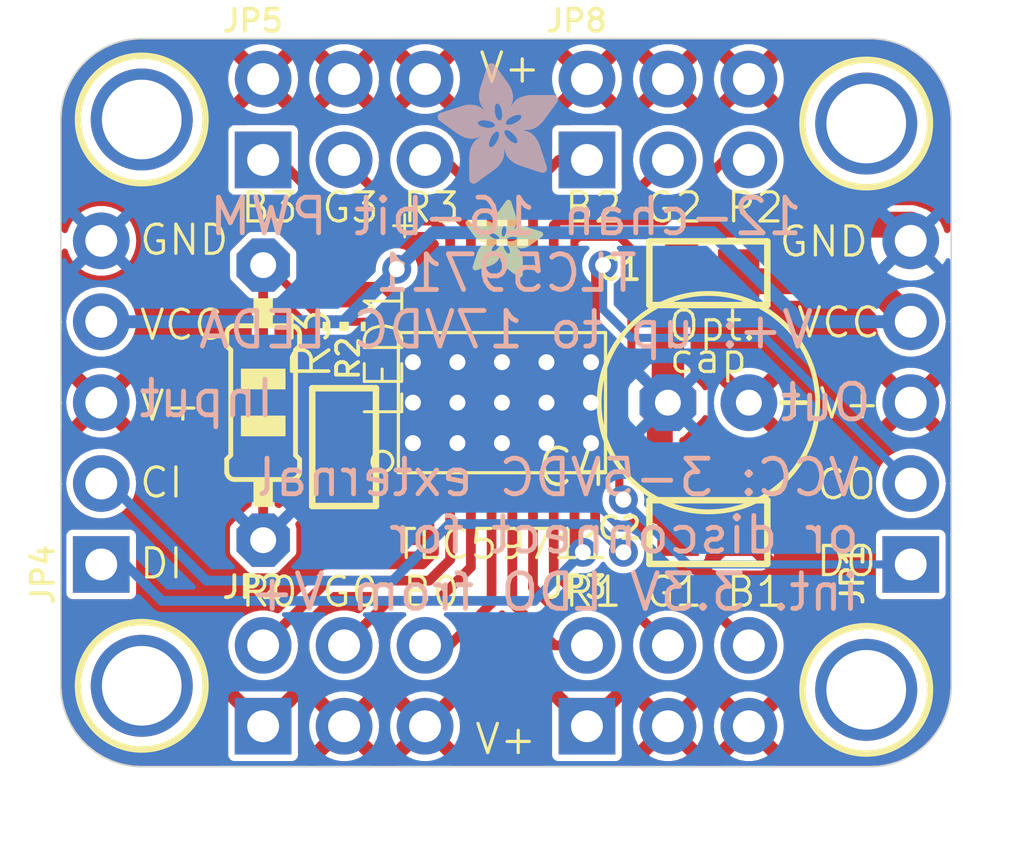
<source format=kicad_pcb>
(kicad_pcb (version 20221018) (generator pcbnew)
  (layers (0 "F.Cu" signal) (31 "B.Cu" signal) (34 "B.Paste" user) (35 "F.Paste" user) (36 "B.SilkS" user "B.Silkscreen") (37 "F.SilkS" user "F.Silkscreen") (38 "B.Mask" user) (39 "F.Mask" user) (44 "Edge.Cuts" user))
  (net 0 "")
  (net 1 "N$8")
  (net 2 "N$9")
  (net 3 "N$10")
  (net 4 "N$11")
  (net 5 "N$12")
  (net 6 "N$13")
  (net 7 "N$26")
  (net 8 "N$27")
  (net 9 "N$28")
  (net 10 "N$29")
  (net 11 "N$30")
  (net 12 "N$31")
  (net 13 "GND")
  (net 14 "VCC")
  (net 15 "N$1")
  (net 16 "SDTI")
  (net 17 "SCKI")
  (net 18 "N$2")
  (net 19 "SDTO")
  (net 20 "SCKO")
  (net 21 "+15V")
  (footprint "working:FIDUCIAL_1MM" (layer "F.Cu") (at 148.5011 113.8936)
    (fp_text reference "FID1" hide)
    (fp_text value "FIDUCIAL\"\"" hide)
    (pad "1" smd roundrect (at 0 0) (size 1 1) (layers "F.Cu" "F.Mask") (roundrect_rratio 0.5))
  )
  (footprint "working:0805" (layer "F.Cu") (at 143.4211 106.4006 90)
    (fp_text reference "R2" (at 2.032 0.127 90) (layer "F.SilkS") (effects (font (size 0.692831 0.692831) (thickness 0.119969)) (justify left)))
    (fp_text value "470")
    (pad "1" smd rect (at -0.95 0 90) (size 1.3 1.5) (layers "F.Cu" "F.Paste" "F.Mask") (net 13 "GND"))
    (pad "2" smd rect (at 0.95 0 90) (size 1.3 1.5) (layers "F.Cu" "F.Paste" "F.Mask") (net 15 "N$1"))
  )
  (footprint "working:MOUNTINGHOLE_2.5_PLATED" (layer "F.Cu") (at 137.0711 113.8936)
    (fp_text reference "U$3" hide)
    (fp_text value "MOUNTINGHOLE2.5" hide)
    (pad "P$1" thru_hole circle (at 0 0) (size 3.2 3.2) (drill 2.5) (layers "*.Cu" "*.Mask"))
    (zone (net 0) (net_name "") (layer "F.Cu") (connect_pads (clearance 0)) (min_thickness 0.25)
      (keepout (tracks not_allowed) (vias not_allowed) (pads not_allowed) (copperpour not_allowed) (footprints allowed))
      (fill (thermal_gap 0.5) (thermal_bridge_width 0.5))
      (polygon (pts (xy 139.0871 113.8936) (xy 139.06748 113.613027) (xy 139.009004 113.337915) (xy 138.912808 113.073619) (xy 138.780765 112.825283) (xy 138.615446 112.59774) (xy 138.420067 112.39542) (xy 138.198433 112.22226) (xy 137.954856 112.081631) (xy 137.694078 111.97627) (xy 137.421175 111.908228) (xy 137.141457 111.878828) (xy 136.860371 111.888644) (xy 136.583385 111.937484) (xy 136.315893 112.024397) (xy 136.0631 112.147693) (xy 135.829926 112.30497) (xy 135.620911 112.493169) (xy 135.440122 112.708625) (xy 135.291078 112.947145) (xy 135.17668 113.204087) (xy 135.099154 113.47445) (xy 135.060011 113.752971) (xy 135.060011 114.034229) (xy 135.099154 114.31275) (xy 135.17668 114.583113) (xy 135.291078 114.840055) (xy 135.440122 115.078575) (xy 135.620911 115.294031) (xy 135.829926 115.48223) (xy 136.0631 115.639507) (xy 136.315893 115.762803) (xy 136.583385 115.849716) (xy 136.860371 115.898556) (xy 137.141457 115.908372) (xy 137.421175 115.878972) (xy 137.694078 115.81093) (xy 137.954856 115.705569) (xy 138.198433 115.56494) (xy 138.420067 115.39178) (xy 138.615446 115.18946) (xy 138.780765 114.961917) (xy 138.912808 114.713581) (xy 139.009004 114.449285) (xy 139.06748 114.174173)))
      (polygon (pts (xy 137.0551 113.8936) (xy 137.059786 113.904914) (xy 137.0711 113.9096) (xy 137.082414 113.904914) (xy 137.0871 113.8936) (xy 137.082414 113.882286) (xy 137.0711 113.8776) (xy 137.059786 113.882286)))
    )
    (zone (net 0) (net_name "") (layer "B.Cu") (connect_pads (clearance 0)) (min_thickness 0.25)
      (keepout (tracks not_allowed) (vias not_allowed) (pads not_allowed) (copperpour not_allowed) (footprints allowed))
      (fill (thermal_gap 0.5) (thermal_bridge_width 0.5))
      (polygon (pts (xy 139.0871 113.8936) (xy 139.06748 113.613027) (xy 139.009004 113.337915) (xy 138.912808 113.073619) (xy 138.780765 112.825283) (xy 138.615446 112.59774) (xy 138.420067 112.39542) (xy 138.198433 112.22226) (xy 137.954856 112.081631) (xy 137.694078 111.97627) (xy 137.421175 111.908228) (xy 137.141457 111.878828) (xy 136.860371 111.888644) (xy 136.583385 111.937484) (xy 136.315893 112.024397) (xy 136.0631 112.147693) (xy 135.829926 112.30497) (xy 135.620911 112.493169) (xy 135.440122 112.708625) (xy 135.291078 112.947145) (xy 135.17668 113.204087) (xy 135.099154 113.47445) (xy 135.060011 113.752971) (xy 135.060011 114.034229) (xy 135.099154 114.31275) (xy 135.17668 114.583113) (xy 135.291078 114.840055) (xy 135.440122 115.078575) (xy 135.620911 115.294031) (xy 135.829926 115.48223) (xy 136.0631 115.639507) (xy 136.315893 115.762803) (xy 136.583385 115.849716) (xy 136.860371 115.898556) (xy 137.141457 115.908372) (xy 137.421175 115.878972) (xy 137.694078 115.81093) (xy 137.954856 115.705569) (xy 138.198433 115.56494) (xy 138.420067 115.39178) (xy 138.615446 115.18946) (xy 138.780765 114.961917) (xy 138.912808 114.713581) (xy 139.009004 114.449285) (xy 139.06748 114.174173)))
      (polygon (pts (xy 137.0551 113.8936) (xy 137.059786 113.904914) (xy 137.0711 113.9096) (xy 137.082414 113.904914) (xy 137.0871 113.8936) (xy 137.082414 113.882286) (xy 137.0711 113.8776) (xy 137.059786 113.882286)))
    )
  )
  (footprint "working:0805-THM-7" (layer "F.Cu") (at 140.8811 105.0036 -90)
    (fp_text reference "R3" (at -3.048 -1.524 90) (layer "F.SilkS") (effects (font (size 1.1557 1.1557) (thickness 0.1143)) (justify right)))
    (fp_text value "3.3K")
    (fp_line (start -3.738 0) (end -1.1 0) (stroke (width 0.3048)) (layer "F.Cu"))
    (fp_line (start 1 0) (end 4.338 0) (stroke (width 0.3048)) (layer "F.Cu"))
    (fp_poly (pts (xy -1.6254 0.7) (xy -0.4254 0.7) (xy -0.4254 -0.7) (xy -1.6254 -0.7)) (fill solid) (layer "F.Cu"))
    (fp_poly (pts (xy 0.4254 0.7) (xy 1.6254 0.7) (xy 1.6254 -0.7) (xy 0.4254 -0.7)) (fill solid) (layer "F.Cu"))
    (pad "1" thru_hole roundrect (at -4.318 0 270) (size 1.6764 1.6764) (drill 0.8128) (layers "*.Cu" "*.Mask") (chamfer_ratio 0.2928932188) (chamfer top_left top_right bottom_left bottom_right) (net 18 "N$2"))
    (pad "2" thru_hole roundrect (at 4.318 0 270) (size 1.6764 1.6764) (drill 0.8128) (layers "*.Cu" "*.Mask") (chamfer_ratio 0.2928932188) (chamfer top_left top_right bottom_left bottom_right) (net 13 "GND"))
  )
  (footprint "working:FIDUCIAL_1MM" (layer "F.Cu") (at 148.5011 96.1136)
    (fp_text reference "FID3" hide)
    (fp_text value "FIDUCIAL\"\"" hide)
    (pad "1" smd roundrect (at 0 0) (size 1 1) (layers "F.Cu" "F.Mask") (roundrect_rratio 0.5))
  )
  (footprint "working:2X03_ROUND_70MIL" (layer "F.Cu") (at 153.5811 113.8936)
    (fp_text reference "JP3" (at -3.8862 -3.0988) (layer "F.SilkS") (effects (font (size 0.692831 0.692831) (thickness 0.119969)) (justify left)))
    (fp_text value "")
    (pad "1" thru_hole rect (at -2.54 1.27 90) (size 1.778 1.778) (drill 1) (layers "*.Cu" "*.Mask") (net 21 "+15V"))
    (pad "2" thru_hole circle (at -2.54 -1.27 90) (size 1.778 1.778) (drill 1) (layers "*.Cu" "*.Mask") (net 4 "N$11"))
    (pad "3" thru_hole circle (at 0 1.27 90) (size 1.778 1.778) (drill 1) (layers "*.Cu" "*.Mask") (net 21 "+15V"))
    (pad "4" thru_hole circle (at 0 -1.27 90) (size 1.778 1.778) (drill 1) (layers "*.Cu" "*.Mask") (net 5 "N$12"))
    (pad "5" thru_hole circle (at 2.54 1.27 90) (size 1.778 1.778) (drill 1) (layers "*.Cu" "*.Mask") (net 21 "+15V"))
    (pad "6" thru_hole circle (at 2.54 -1.27 90) (size 1.778 1.778) (drill 1) (layers "*.Cu" "*.Mask") (net 6 "N$13"))
  )
  (footprint "working:1X05_ROUND_70" (layer "F.Cu") (at 161.2011 105.0036 90)
    (fp_text reference "JP1" (at -6.4262 -1.8288 90) (layer "F.SilkS") (effects (font (size 0.692831 0.692831) (thickness 0.119969)) (justify left)))
    (fp_text value "OUTPUT")
    (pad "1" thru_hole rect (at -5.08 0 180) (size 1.778 1.778) (drill 1) (layers "*.Cu" "*.Mask") (net 19 "SDTO"))
    (pad "2" thru_hole circle (at -2.54 0 180) (size 1.778 1.778) (drill 1) (layers "*.Cu" "*.Mask") (net 20 "SCKO"))
    (pad "3" thru_hole circle (at 0 0 180) (size 1.778 1.778) (drill 1) (layers "*.Cu" "*.Mask") (net 21 "+15V"))
    (pad "4" thru_hole circle (at 2.54 0 180) (size 1.778 1.778) (drill 1) (layers "*.Cu" "*.Mask") (net 14 "VCC"))
    (pad "5" thru_hole circle (at 5.08 0 180) (size 1.778 1.778) (drill 1) (layers "*.Cu" "*.Mask") (net 13 "GND"))
  )
  (footprint "working:MOUNTINGHOLE_2.5_PLATED" (layer "F.Cu") (at 137.0711 96.1136)
    (fp_text reference "U$1" hide)
    (fp_text value "MOUNTINGHOLE2.5" hide)
    (pad "P$1" thru_hole circle (at 0 0) (size 3.2 3.2) (drill 2.5) (layers "*.Cu" "*.Mask"))
    (zone (net 0) (net_name "") (layer "F.Cu") (connect_pads (clearance 0)) (min_thickness 0.25)
      (keepout (tracks not_allowed) (vias not_allowed) (pads not_allowed) (copperpour not_allowed) (footprints allowed))
      (fill (thermal_gap 0.5) (thermal_bridge_width 0.5))
      (polygon (pts (xy 139.0871 96.1136) (xy 139.06748 95.833027) (xy 139.009004 95.557915) (xy 138.912808 95.293619) (xy 138.780765 95.045283) (xy 138.615446 94.81774) (xy 138.420067 94.61542) (xy 138.198433 94.44226) (xy 137.954856 94.301631) (xy 137.694078 94.19627) (xy 137.421175 94.128228) (xy 137.141457 94.098828) (xy 136.860371 94.108644) (xy 136.583385 94.157484) (xy 136.315893 94.244397) (xy 136.0631 94.367693) (xy 135.829926 94.52497) (xy 135.620911 94.713169) (xy 135.440122 94.928625) (xy 135.291078 95.167145) (xy 135.17668 95.424087) (xy 135.099154 95.69445) (xy 135.060011 95.972971) (xy 135.060011 96.254229) (xy 135.099154 96.53275) (xy 135.17668 96.803113) (xy 135.291078 97.060055) (xy 135.440122 97.298575) (xy 135.620911 97.514031) (xy 135.829926 97.70223) (xy 136.0631 97.859507) (xy 136.315893 97.982803) (xy 136.583385 98.069716) (xy 136.860371 98.118556) (xy 137.141457 98.128372) (xy 137.421175 98.098972) (xy 137.694078 98.03093) (xy 137.954856 97.925569) (xy 138.198433 97.78494) (xy 138.420067 97.61178) (xy 138.615446 97.40946) (xy 138.780765 97.181917) (xy 138.912808 96.933581) (xy 139.009004 96.669285) (xy 139.06748 96.394173)))
      (polygon (pts (xy 137.0551 96.1136) (xy 137.059786 96.124914) (xy 137.0711 96.1296) (xy 137.082414 96.124914) (xy 137.0871 96.1136) (xy 137.082414 96.102286) (xy 137.0711 96.0976) (xy 137.059786 96.102286)))
    )
    (zone (net 0) (net_name "") (layer "B.Cu") (connect_pads (clearance 0)) (min_thickness 0.25)
      (keepout (tracks not_allowed) (vias not_allowed) (pads not_allowed) (copperpour not_allowed) (footprints allowed))
      (fill (thermal_gap 0.5) (thermal_bridge_width 0.5))
      (polygon (pts (xy 139.0871 96.1136) (xy 139.06748 95.833027) (xy 139.009004 95.557915) (xy 138.912808 95.293619) (xy 138.780765 95.045283) (xy 138.615446 94.81774) (xy 138.420067 94.61542) (xy 138.198433 94.44226) (xy 137.954856 94.301631) (xy 137.694078 94.19627) (xy 137.421175 94.128228) (xy 137.141457 94.098828) (xy 136.860371 94.108644) (xy 136.583385 94.157484) (xy 136.315893 94.244397) (xy 136.0631 94.367693) (xy 135.829926 94.52497) (xy 135.620911 94.713169) (xy 135.440122 94.928625) (xy 135.291078 95.167145) (xy 135.17668 95.424087) (xy 135.099154 95.69445) (xy 135.060011 95.972971) (xy 135.060011 96.254229) (xy 135.099154 96.53275) (xy 135.17668 96.803113) (xy 135.291078 97.060055) (xy 135.440122 97.298575) (xy 135.620911 97.514031) (xy 135.829926 97.70223) (xy 136.0631 97.859507) (xy 136.315893 97.982803) (xy 136.583385 98.069716) (xy 136.860371 98.118556) (xy 137.141457 98.128372) (xy 137.421175 98.098972) (xy 137.694078 98.03093) (xy 137.954856 97.925569) (xy 138.198433 97.78494) (xy 138.420067 97.61178) (xy 138.615446 97.40946) (xy 138.780765 97.181917) (xy 138.912808 96.933581) (xy 139.009004 96.669285) (xy 139.06748 96.394173)))
      (polygon (pts (xy 137.0551 96.1136) (xy 137.059786 96.124914) (xy 137.0711 96.1296) (xy 137.082414 96.124914) (xy 137.0871 96.1136) (xy 137.082414 96.102286) (xy 137.0711 96.0976) (xy 137.059786 96.102286)))
    )
  )
  (footprint "working:0805" (layer "F.Cu") (at 154.8511 100.9396 180)
    (fp_text reference "C1" (at 2.032 0.127) (layer "F.SilkS") (effects (font (size 0.692831 0.692831) (thickness 0.119969)) (justify right)))
    (fp_text value "10uF/16V")
    (pad "1" smd rect (at -0.95 0 180) (size 1.3 1.5) (layers "F.Cu" "F.Paste" "F.Mask") (net 14 "VCC"))
    (pad "2" smd rect (at 0.95 0 180) (size 1.3 1.5) (layers "F.Cu" "F.Paste" "F.Mask") (net 13 "GND"))
  )
  (footprint "working:CHIP-LED0805" (layer "F.Cu") (at 143.4211 102.4636 180)
    (fp_text reference "LED1" (at -1.27 1.27 90) (layer "F.SilkS") (effects (font (size 1.176528 1.176528) (thickness 0.093472)) (justify right)))
    (fp_text value "Green")
    (fp_text user "+" (at -1.27 2.54 180) (layer "F.SilkS") (effects (font (size 0.93472 0.93472) (thickness 0.08128)) (justify left bottom)))
    (pad "A" smd rect (at 0 1.05 180) (size 1.2 1.2) (layers "F.Cu" "F.Paste" "F.Mask") (net 14 "VCC"))
    (pad "C" smd rect (at 0 -1.05 180) (size 1.2 1.2) (layers "F.Cu" "F.Paste" "F.Mask") (net 15 "N$1"))
  )
  (footprint "working:0805" (layer "F.Cu") (at 154.8511 109.0676 180)
    (fp_text reference "C2" (at 2.032 0.127) (layer "F.SilkS") (effects (font (size 0.692831 0.692831) (thickness 0.119969)) (justify right)))
    (fp_text value "1uF/50V")
    (pad "1" smd rect (at -0.95 0 180) (size 1.3 1.5) (layers "F.Cu" "F.Paste" "F.Mask") (net 21 "+15V"))
    (pad "2" smd rect (at 0.95 0 180) (size 1.3 1.5) (layers "F.Cu" "F.Paste" "F.Mask") (net 13 "GND"))
  )
  (footprint "working:E2,5-7" (layer "F.Cu") (at 154.8511 105.0036 180)
    (fp_text reference "C4" (at 3.048 -2.032) (layer "F.SilkS") (effects (font (size 1.1557 1.1557) (thickness 0.1143)) (justify right)))
    (fp_text value "220uF+")
    (pad "+" thru_hole circle (at -1.27 0 180) (size 1.778 1.778) (drill 0.8128) (layers "*.Cu" "*.Mask") (net 21 "+15V"))
    (pad "-" thru_hole roundrect (at 1.27 0 180) (size 1.778 1.778) (drill 0.8128) (layers "*.Cu" "*.Mask") (chamfer_ratio 0.2928932188) (chamfer top_left top_right bottom_left bottom_right) (net 13 "GND"))
  )
  (footprint "working:2X03_ROUND_70MIL" (layer "F.Cu") (at 143.4211 113.8936)
    (fp_text reference "JP2" (at -3.8862 -3.0988) (layer "F.SilkS") (effects (font (size 0.692831 0.692831) (thickness 0.119969)) (justify left)))
    (fp_text value "")
    (pad "1" thru_hole rect (at -2.54 1.27 90) (size 1.778 1.778) (drill 1) (layers "*.Cu" "*.Mask") (net 21 "+15V"))
    (pad "2" thru_hole circle (at -2.54 -1.27 90) (size 1.778 1.778) (drill 1) (layers "*.Cu" "*.Mask") (net 1 "N$8"))
    (pad "3" thru_hole circle (at 0 1.27 90) (size 1.778 1.778) (drill 1) (layers "*.Cu" "*.Mask") (net 21 "+15V"))
    (pad "4" thru_hole circle (at 0 -1.27 90) (size 1.778 1.778) (drill 1) (layers "*.Cu" "*.Mask") (net 2 "N$9"))
    (pad "5" thru_hole circle (at 2.54 1.27 90) (size 1.778 1.778) (drill 1) (layers "*.Cu" "*.Mask") (net 21 "+15V"))
    (pad "6" thru_hole circle (at 2.54 -1.27 90) (size 1.778 1.778) (drill 1) (layers "*.Cu" "*.Mask") (net 3 "N$10"))
  )
  (footprint "working:HTSSOP20DAP" (layer "F.Cu") (at 148.3741 105.0036)
    (fp_text reference "IC1" hide)
    (fp_text value "TLC59711" hide)
    (pad "1" smd rect (at -2.925 2.8) (size 0.3 1.55) (layers "F.Cu" "F.Paste" "F.Mask") (net 18 "N$2"))
    (pad "2" smd rect (at -2.275 2.8) (size 0.3 1.55) (layers "F.Cu" "F.Paste" "F.Mask") (net 13 "GND"))
    (pad "3" smd rect (at -1.625 2.8) (size 0.3 1.55) (layers "F.Cu" "F.Paste" "F.Mask") (net 1 "N$8"))
    (pad "4" smd rect (at -0.975 2.8) (size 0.3 1.55) (layers "F.Cu" "F.Paste" "F.Mask") (net 2 "N$9"))
    (pad "5" smd rect (at -0.325 2.8) (size 0.3 1.55) (layers "F.Cu" "F.Paste" "F.Mask") (net 3 "N$10"))
    (pad "6" smd rect (at 0.325 2.8) (size 0.3 1.55) (layers "F.Cu" "F.Paste" "F.Mask") (net 4 "N$11"))
    (pad "7" smd rect (at 0.975 2.8) (size 0.3 1.55) (layers "F.Cu" "F.Paste" "F.Mask") (net 5 "N$12"))
    (pad "8" smd rect (at 1.625 2.8) (size 0.3 1.55) (layers "F.Cu" "F.Paste" "F.Mask") (net 6 "N$13"))
    (pad "9" smd rect (at 2.275 2.8) (size 0.3 1.55) (layers "F.Cu" "F.Paste" "F.Mask") (net 16 "SDTI"))
    (pad "10" smd rect (at 2.925 2.8) (size 0.3 1.55) (layers "F.Cu" "F.Paste" "F.Mask") (net 17 "SCKI"))
    (pad "11" smd rect (at 2.925 -2.8 180) (size 0.3 1.55) (layers "F.Cu" "F.Paste" "F.Mask") (net 20 "SCKO"))
    (pad "12" smd rect (at 2.275 -2.8 180) (size 0.3 1.55) (layers "F.Cu" "F.Paste" "F.Mask") (net 19 "SDTO"))
    (pad "13" smd rect (at 1.625 -2.8 180) (size 0.3 1.55) (layers "F.Cu" "F.Paste" "F.Mask") (net 9 "N$28"))
    (pad "14" smd rect (at 0.975 -2.8 180) (size 0.3 1.55) (layers "F.Cu" "F.Paste" "F.Mask") (net 8 "N$27"))
    (pad "15" smd rect (at 0.325 -2.8 180) (size 0.3 1.55) (layers "F.Cu" "F.Paste" "F.Mask") (net 7 "N$26"))
    (pad "16" smd rect (at -0.325 -2.8 180) (size 0.3 1.55) (layers "F.Cu" "F.Paste" "F.Mask") (net 12 "N$31"))
    (pad "17" smd rect (at -0.975 -2.8 180) (size 0.3 1.55) (layers "F.Cu" "F.Paste" "F.Mask") (net 11 "N$30"))
    (pad "18" smd rect (at -1.625 -2.8 180) (size 0.3 1.55) (layers "F.Cu" "F.Paste" "F.Mask") (net 10 "N$29"))
    (pad "19" smd rect (at -2.275 -2.8 180) (size 0.3 1.55) (layers "F.Cu" "F.Paste" "F.Mask") (net 21 "+15V"))
    (pad "20" smd rect (at -2.925 -2.8 180) (size 0.3 1.55) (layers "F.Cu" "F.Paste" "F.Mask") (net 14 "VCC"))
    (pad "EXP" smd rect (at 0 0) (size 6.5 3.4) (layers "F.Cu") (net 13 "GND"))
  )
  (footprint "working:MOUNTINGHOLE_2.5_PLATED" (layer "F.Cu") (at 159.8041 96.2406)
    (fp_text reference "U$2" hide)
    (fp_text value "MOUNTINGHOLE2.5" hide)
    (pad "P$1" thru_hole circle (at 0 0) (size 3.2 3.2) (drill 2.5) (layers "*.Cu" "*.Mask"))
    (zone (net 0) (net_name "") (layer "F.Cu") (connect_pads (clearance 0)) (min_thickness 0.25)
      (keepout (tracks not_allowed) (vias not_allowed) (pads not_allowed) (copperpour not_allowed) (footprints allowed))
      (fill (thermal_gap 0.5) (thermal_bridge_width 0.5))
      (polygon (pts (xy 161.8201 96.2406) (xy 161.80048 95.960027) (xy 161.742004 95.684915) (xy 161.645808 95.420619) (xy 161.513765 95.172283) (xy 161.348446 94.94474) (xy 161.153067 94.74242) (xy 160.931433 94.56926) (xy 160.687856 94.428631) (xy 160.427078 94.32327) (xy 160.154175 94.255228) (xy 159.874457 94.225828) (xy 159.593371 94.235644) (xy 159.316385 94.284484) (xy 159.048893 94.371397) (xy 158.7961 94.494693) (xy 158.562926 94.65197) (xy 158.353911 94.840169) (xy 158.173122 95.055625) (xy 158.024078 95.294145) (xy 157.90968 95.551087) (xy 157.832154 95.82145) (xy 157.793011 96.099971) (xy 157.793011 96.381229) (xy 157.832154 96.65975) (xy 157.90968 96.930113) (xy 158.024078 97.187055) (xy 158.173122 97.425575) (xy 158.353911 97.641031) (xy 158.562926 97.82923) (xy 158.7961 97.986507) (xy 159.048893 98.109803) (xy 159.316385 98.196716) (xy 159.593371 98.245556) (xy 159.874457 98.255372) (xy 160.154175 98.225972) (xy 160.427078 98.15793) (xy 160.687856 98.052569) (xy 160.931433 97.91194) (xy 161.153067 97.73878) (xy 161.348446 97.53646) (xy 161.513765 97.308917) (xy 161.645808 97.060581) (xy 161.742004 96.796285) (xy 161.80048 96.521173)))
      (polygon (pts (xy 159.7881 96.2406) (xy 159.792786 96.251914) (xy 159.8041 96.2566) (xy 159.815414 96.251914) (xy 159.8201 96.2406) (xy 159.815414 96.229286) (xy 159.8041 96.2246) (xy 159.792786 96.229286)))
    )
    (zone (net 0) (net_name "") (layer "B.Cu") (connect_pads (clearance 0)) (min_thickness 0.25)
      (keepout (tracks not_allowed) (vias not_allowed) (pads not_allowed) (copperpour not_allowed) (footprints allowed))
      (fill (thermal_gap 0.5) (thermal_bridge_width 0.5))
      (polygon (pts (xy 161.8201 96.2406) (xy 161.80048 95.960027) (xy 161.742004 95.684915) (xy 161.645808 95.420619) (xy 161.513765 95.172283) (xy 161.348446 94.94474) (xy 161.153067 94.74242) (xy 160.931433 94.56926) (xy 160.687856 94.428631) (xy 160.427078 94.32327) (xy 160.154175 94.255228) (xy 159.874457 94.225828) (xy 159.593371 94.235644) (xy 159.316385 94.284484) (xy 159.048893 94.371397) (xy 158.7961 94.494693) (xy 158.562926 94.65197) (xy 158.353911 94.840169) (xy 158.173122 95.055625) (xy 158.024078 95.294145) (xy 157.90968 95.551087) (xy 157.832154 95.82145) (xy 157.793011 96.099971) (xy 157.793011 96.381229) (xy 157.832154 96.65975) (xy 157.90968 96.930113) (xy 158.024078 97.187055) (xy 158.173122 97.425575) (xy 158.353911 97.641031) (xy 158.562926 97.82923) (xy 158.7961 97.986507) (xy 159.048893 98.109803) (xy 159.316385 98.196716) (xy 159.593371 98.245556) (xy 159.874457 98.255372) (xy 160.154175 98.225972) (xy 160.427078 98.15793) (xy 160.687856 98.052569) (xy 160.931433 97.91194) (xy 161.153067 97.73878) (xy 161.348446 97.53646) (xy 161.513765 97.308917) (xy 161.645808 97.060581) (xy 161.742004 96.796285) (xy 161.80048 96.521173)))
      (polygon (pts (xy 159.7881 96.2406) (xy 159.792786 96.251914) (xy 159.8041 96.2566) (xy 159.815414 96.251914) (xy 159.8201 96.2406) (xy 159.815414 96.229286) (xy 159.8041 96.2246) (xy 159.792786 96.229286)))
    )
  )
  (footprint "working:2X03_ROUND_70MIL" (layer "F.Cu") (at 143.4211 96.1136)
    (fp_text reference "JP5" (at -3.8862 -3.0988) (layer "F.SilkS") (effects (font (size 0.692831 0.692831) (thickness 0.119969)) (justify left)))
    (fp_text value "")
    (pad "1" thru_hole rect (at -2.54 1.27 90) (size 1.778 1.778) (drill 1) (layers "*.Cu" "*.Mask") (net 10 "N$29"))
    (pad "2" thru_hole circle (at -2.54 -1.27 90) (size 1.778 1.778) (drill 1) (layers "*.Cu" "*.Mask") (net 21 "+15V"))
    (pad "3" thru_hole circle (at 0 1.27 90) (size 1.778 1.778) (drill 1) (layers "*.Cu" "*.Mask") (net 11 "N$30"))
    (pad "4" thru_hole circle (at 0 -1.27 90) (size 1.778 1.778) (drill 1) (layers "*.Cu" "*.Mask") (net 21 "+15V"))
    (pad "5" thru_hole circle (at 2.54 1.27 90) (size 1.778 1.778) (drill 1) (layers "*.Cu" "*.Mask") (net 12 "N$31"))
    (pad "6" thru_hole circle (at 2.54 -1.27 90) (size 1.778 1.778) (drill 1) (layers "*.Cu" "*.Mask") (net 21 "+15V"))
  )
  (footprint "working:1X05_ROUND_70" (layer "F.Cu") (at 135.8011 105.0036 90)
    (fp_text reference "JP4" (at -6.4262 -1.8288 90) (layer "F.SilkS") (effects (font (size 0.692831 0.692831) (thickness 0.119969)) (justify left)))
    (fp_text value "INPUT")
    (pad "1" thru_hole rect (at -5.08 0 180) (size 1.778 1.778) (drill 1) (layers "*.Cu" "*.Mask") (net 16 "SDTI"))
    (pad "2" thru_hole circle (at -2.54 0 180) (size 1.778 1.778) (drill 1) (layers "*.Cu" "*.Mask") (net 17 "SCKI"))
    (pad "3" thru_hole circle (at 0 0 180) (size 1.778 1.778) (drill 1) (layers "*.Cu" "*.Mask") (net 21 "+15V"))
    (pad "4" thru_hole circle (at 2.54 0 180) (size 1.778 1.778) (drill 1) (layers "*.Cu" "*.Mask") (net 14 "VCC"))
    (pad "5" thru_hole circle (at 5.08 0 180) (size 1.778 1.778) (drill 1) (layers "*.Cu" "*.Mask") (net 13 "GND"))
  )
  (footprint "working:MOUNTINGHOLE_2.5_PLATED" (layer "F.Cu") (at 159.8041 114.0206)
    (fp_text reference "U$4" hide)
    (fp_text value "MOUNTINGHOLE2.5" hide)
    (pad "P$1" thru_hole circle (at 0 0) (size 3.2 3.2) (drill 2.5) (layers "*.Cu" "*.Mask"))
    (zone (net 0) (net_name "") (layer "F.Cu") (connect_pads (clearance 0)) (min_thickness 0.25)
      (keepout (tracks not_allowed) (vias not_allowed) (pads not_allowed) (copperpour not_allowed) (footprints allowed))
      (fill (thermal_gap 0.5) (thermal_bridge_width 0.5))
      (polygon (pts (xy 161.8201 114.0206) (xy 161.80048 113.740027) (xy 161.742004 113.464915) (xy 161.645808 113.200619) (xy 161.513765 112.952283) (xy 161.348446 112.72474) (xy 161.153067 112.52242) (xy 160.931433 112.34926) (xy 160.687856 112.208631) (xy 160.427078 112.10327) (xy 160.154175 112.035228) (xy 159.874457 112.005828) (xy 159.593371 112.015644) (xy 159.316385 112.064484) (xy 159.048893 112.151397) (xy 158.7961 112.274693) (xy 158.562926 112.43197) (xy 158.353911 112.620169) (xy 158.173122 112.835625) (xy 158.024078 113.074145) (xy 157.90968 113.331087) (xy 157.832154 113.60145) (xy 157.793011 113.879971) (xy 157.793011 114.161229) (xy 157.832154 114.43975) (xy 157.90968 114.710113) (xy 158.024078 114.967055) (xy 158.173122 115.205575) (xy 158.353911 115.421031) (xy 158.562926 115.60923) (xy 158.7961 115.766507) (xy 159.048893 115.889803) (xy 159.316385 115.976716) (xy 159.593371 116.025556) (xy 159.874457 116.035372) (xy 160.154175 116.005972) (xy 160.427078 115.93793) (xy 160.687856 115.832569) (xy 160.931433 115.69194) (xy 161.153067 115.51878) (xy 161.348446 115.31646) (xy 161.513765 115.088917) (xy 161.645808 114.840581) (xy 161.742004 114.576285) (xy 161.80048 114.301173)))
      (polygon (pts (xy 159.7881 114.0206) (xy 159.792786 114.031914) (xy 159.8041 114.0366) (xy 159.815414 114.031914) (xy 159.8201 114.0206) (xy 159.815414 114.009286) (xy 159.8041 114.0046) (xy 159.792786 114.009286)))
    )
    (zone (net 0) (net_name "") (layer "B.Cu") (connect_pads (clearance 0)) (min_thickness 0.25)
      (keepout (tracks not_allowed) (vias not_allowed) (pads not_allowed) (copperpour not_allowed) (footprints allowed))
      (fill (thermal_gap 0.5) (thermal_bridge_width 0.5))
      (polygon (pts (xy 161.8201 114.0206) (xy 161.80048 113.740027) (xy 161.742004 113.464915) (xy 161.645808 113.200619) (xy 161.513765 112.952283) (xy 161.348446 112.72474) (xy 161.153067 112.52242) (xy 160.931433 112.34926) (xy 160.687856 112.208631) (xy 160.427078 112.10327) (xy 160.154175 112.035228) (xy 159.874457 112.005828) (xy 159.593371 112.015644) (xy 159.316385 112.064484) (xy 159.048893 112.151397) (xy 158.7961 112.274693) (xy 158.562926 112.43197) (xy 158.353911 112.620169) (xy 158.173122 112.835625) (xy 158.024078 113.074145) (xy 157.90968 113.331087) (xy 157.832154 113.60145) (xy 157.793011 113.879971) (xy 157.793011 114.161229) (xy 157.832154 114.43975) (xy 157.90968 114.710113) (xy 158.024078 114.967055) (xy 158.173122 115.205575) (xy 158.353911 115.421031) (xy 158.562926 115.60923) (xy 158.7961 115.766507) (xy 159.048893 115.889803) (xy 159.316385 115.976716) (xy 159.593371 116.025556) (xy 159.874457 116.035372) (xy 160.154175 116.005972) (xy 160.427078 115.93793) (xy 160.687856 115.832569) (xy 160.931433 115.69194) (xy 161.153067 115.51878) (xy 161.348446 115.31646) (xy 161.513765 115.088917) (xy 161.645808 114.840581) (xy 161.742004 114.576285) (xy 161.80048 114.301173)))
      (polygon (pts (xy 159.7881 114.0206) (xy 159.792786 114.031914) (xy 159.8041 114.0366) (xy 159.815414 114.031914) (xy 159.8201 114.0206) (xy 159.815414 114.009286) (xy 159.8041 114.0046) (xy 159.792786 114.009286)))
    )
  )
  (footprint "working:2X03_ROUND_70MIL" (layer "F.Cu") (at 153.5811 96.1136)
    (fp_text reference "JP8" (at -3.8862 -3.0988) (layer "F.SilkS") (effects (font (size 0.692831 0.692831) (thickness 0.119969)) (justify left)))
    (fp_text value "")
    (pad "1" thru_hole rect (at -2.54 1.27 90) (size 1.778 1.778) (drill 1) (layers "*.Cu" "*.Mask") (net 7 "N$26"))
    (pad "2" thru_hole circle (at -2.54 -1.27 90) (size 1.778 1.778) (drill 1) (layers "*.Cu" "*.Mask") (net 21 "+15V"))
    (pad "3" thru_hole circle (at 0 1.27 90) (size 1.778 1.778) (drill 1) (layers "*.Cu" "*.Mask") (net 8 "N$27"))
    (pad "4" thru_hole circle (at 0 -1.27 90) (size 1.778 1.778) (drill 1) (layers "*.Cu" "*.Mask") (net 21 "+15V"))
    (pad "5" thru_hole circle (at 2.54 1.27 90) (size 1.778 1.778) (drill 1) (layers "*.Cu" "*.Mask") (net 9 "N$28"))
    (pad "6" thru_hole circle (at 2.54 -1.27 90) (size 1.778 1.778) (drill 1) (layers "*.Cu" "*.Mask") (net 21 "+15V"))
  )
  (footprint "working:ADAFRUIT_2.5MM" (layer "F.Cu") (at 147.2311 101.0666)
    (fp_text reference "U$7" hide)
    (fp_text value "" hide)
  )
  (footprint "working:FIDUCIAL_1MM" (layer "F.Cu") (at 154.8511 106.6546)
    (fp_text reference "FID2" hide)
    (fp_text value "FIDUCIAL\"\"" hide)
    (pad "1" smd roundrect (at 0 0) (size 1 1) (layers "F.Cu" "F.Mask") (roundrect_rratio 0.5))
  )
  (footprint "working:ADAFRUIT_3.5MM" (layer "B.Cu") (at 150.1521 98.1456 180)
    (fp_text reference "U$8" hide)
    (fp_text value "" hide)
  )
  (gr_arc (start 137.0711 116.4336) (mid 135.275049 115.689651) (end 134.5311 113.8936) (stroke (width 0.05)) (layer "Edge.Cuts"))
  (gr_arc (start 162.4711 113.8936) (mid 161.727151 115.689651) (end 159.9311 116.4336) (stroke (width 0.05)) (layer "Edge.Cuts"))
  (gr_arc (start 159.9311 93.5736) (mid 161.727151 94.317549) (end 162.4711 96.1136) (stroke (width 0.05)) (layer "Edge.Cuts"))
  (gr_arc (start 134.5311 96.1136) (mid 135.275049 94.317549) (end 137.0711 93.5736) (stroke (width 0.05)) (layer "Edge.Cuts"))
  (gr_line (start 137.0711 116.4336) (end 159.9311 116.4336) (stroke (width 0.05)) (layer "Edge.Cuts"))
  (gr_line (start 162.4711 113.8936) (end 162.4711 96.1136) (stroke (width 0.05)) (layer "Edge.Cuts"))
  (gr_line (start 159.9311 93.5736) (end 137.0711 93.5736) (stroke (width 0.05)) (layer "Edge.Cuts"))
  (gr_line (start 134.5311 96.1136) (end 134.5311 113.8936) (stroke (width 0.05)) (layer "Edge.Cuts"))
  (gr_text "Out" (at 158.5341 105.0036) (layer "B.SilkS") (effects (font (size 1.1176 1.1176) (thickness 0.1524)) (justify mirror)))
  (gr_text "Input" (at 139.1031 104.8766) (layer "B.SilkS") (effects (font (size 1.1176 1.1176) (thickness 0.1524)) (justify mirror)))
  (gr_text "12-chan 16-bit PWM" (at 148.5011 99.1616) (layer "B.SilkS") (effects (font (size 1.1176 1.1176) (thickness 0.1524)) (justify mirror)))
  (gr_text "TLC59711" (at 148.5011 100.9396) (layer "B.SilkS") (effects (font (size 1.1176 1.1176) (thickness 0.1524)) (justify mirror)))
  (gr_text "V+: up to 17VDC LEDA" (at 148.5011 102.7176) (layer "B.SilkS") (effects (font (size 1.1176 1.1176) (thickness 0.1524)) (justify mirror)))
  (gr_text "VCC: 3-5VDC external\nor disconnect for\nint. 3.3V LDO from V+" (at 159.6771 111.6076) (layer "B.SilkS") (effects (font (size 1.1176 1.1176) (thickness 0.1524)) (justify left bottom mirror)))
  (gr_text "B1" (at 155.3591 111.4806) (layer "F.SilkS") (effects (font (size 0.9144 0.9144) (thickness 0.1016)) (justify left bottom)))
  (gr_text "V+" (at 160.3121 104.4956) (layer "F.SilkS") (effects (font (size 0.9144 0.9144) (thickness 0.1016)) (justify right top)))
  (gr_text "V+" (at 136.9441 105.6386) (layer "F.SilkS") (effects (font (size 0.9144 0.9144) (thickness 0.1016)) (justify left bottom)))
  (gr_text "G2" (at 152.8191 99.4156) (layer "F.SilkS") (effects (font (size 0.9144 0.9144) (thickness 0.1016)) (justify left bottom)))
  (gr_text "VCC" (at 136.9441 103.0986) (layer "F.SilkS") (effects (font (size 0.9144 0.9144) (thickness 0.1016)) (justify left bottom)))
  (gr_text "V+" (at 149.5171 115.0366) (layer "F.SilkS") (effects (font (size 0.9144 0.9144) (thickness 0.1016)) (justify right top)))
  (gr_text "GND" (at 159.9311 99.4156) (layer "F.SilkS") (effects (font (size 0.9144 0.9144) (thickness 0.1016)) (justify right top)))
  (gr_text "GND" (at 136.9441 100.4316) (layer "F.SilkS") (effects (font (size 0.9144 0.9144) (thickness 0.1016)) (justify left bottom)))
  (gr_text "cap" (at 154.8511 103.6066) (layer "F.SilkS") (effects (font (size 0.9144 0.9144) (thickness 0.1016))))
  (gr_text "R2" (at 155.3591 99.4156) (layer "F.SilkS") (effects (font (size 0.9144 0.9144) (thickness 0.1016)) (justify left bottom)))
  (gr_text "DO" (at 160.1851 109.4486) (layer "F.SilkS") (effects (font (size 0.9144 0.9144) (thickness 0.1016)) (justify right top)))
  (gr_text "CI" (at 136.9441 108.0516) (layer "F.SilkS") (effects (font (size 0.9144 0.9144) (thickness 0.1016)) (justify left bottom)))
  (gr_text "B0" (at 145.1991 111.4806) (layer "F.SilkS") (effects (font (size 0.9144 0.9144) (thickness 0.1016)) (justify left bottom)))
  (gr_text "VCC" (at 160.3121 101.9556) (layer "F.SilkS") (effects (font (size 0.9144 0.9144) (thickness 0.1016)) (justify right top)))
  (gr_text "DI" (at 136.9441 110.5916) (layer "F.SilkS") (effects (font (size 0.9144 0.9144) (thickness 0.1016)) (justify left bottom)))
  (gr_text "R1" (at 150.2791 111.4806) (layer "F.SilkS") (effects (font (size 0.9144 0.9144) (thickness 0.1016)) (justify left bottom)))
  (gr_text "B3" (at 140.1191 99.4156) (layer "F.SilkS") (effects (font (size 0.9144 0.9144) (thickness 0.1016)) (justify left bottom)))
  (gr_text "G1" (at 152.8191 111.4806) (layer "F.SilkS") (effects (font (size 0.9144 0.9144) (thickness 0.1016)) (justify left bottom)))
  (gr_text "Opt." (at 154.9781 102.5906) (layer "F.SilkS") (effects (font (size 0.9144 0.9144) (thickness 0.1016))))
  (gr_text "B2" (at 150.2791 99.4156) (layer "F.SilkS") (effects (font (size 0.9144 0.9144) (thickness 0.1016)) (justify left bottom)))
  (gr_text "TLC59711" (at 148.3741 109.4486) (layer "F.SilkS") (effects (font (size 0.9144 0.9144) (thickness 0.1016))))
  (gr_text "CO" (at 160.1851 107.0356) (layer "F.SilkS") (effects (font (size 0.9144 0.9144) (thickness 0.1016)) (justify right top)))
  (gr_text "R0" (at 140.1191 111.4806) (layer "F.SilkS") (effects (font (size 0.9144 0.9144) (thickness 0.1016)) (justify left bottom)))
  (gr_text "V+" (at 149.6441 93.9546) (layer "F.SilkS") (effects (font (size 0.9144 0.9144) (thickness 0.1016)) (justify right top)))
  (gr_text "G3" (at 142.6591 99.4156) (layer "F.SilkS") (effects (font (size 0.9144 0.9144) (thickness 0.1016)) (justify left bottom)))
  (gr_text "G0" (at 142.6591 111.4806) (layer "F.SilkS") (effects (font (size 0.9144 0.9144) (thickness 0.1016)) (justify left bottom)))
  (gr_text "R3" (at 145.1991 99.4156) (layer "F.SilkS") (effects (font (size 0.9144 0.9144) (thickness 0.1016)) (justify left bottom)))
  (segment (start 146.0881 110.5916) (end 142.9131 110.5916) (width 0.3048) (layer "F.Cu") (net 1))
  (segment (start 146.7491 107.8036) (end 146.7491 109.9306) (width 0.3048) (layer "F.Cu") (net 1))
  (segment (start 142.9131 110.5916) (end 140.8811 112.6236) (width 0.3048) (layer "F.Cu") (net 1))
  (segment (start 146.7491 109.9306) (end 146.0881 110.5916) (width 0.3048) (layer "F.Cu") (net 1))
  (segment (start 147.3991 110.1696) (end 146.3421 111.2266) (width 0.3048) (layer "F.Cu") (net 2))
  (segment (start 147.3991 107.8036) (end 147.3991 110.1696) (width 0.3048) (layer "F.Cu") (net 2))
  (segment (start 146.3421 111.2266) (end 144.8181 111.2266) (width 0.3048) (layer "F.Cu") (net 2))
  (segment (start 144.8181 111.2266) (end 143.4211 112.6236) (width 0.3048) (layer "F.Cu") (net 2))
  (segment (start 148.0491 111.2976) (end 146.7231 112.6236) (width 0.3048) (layer "F.Cu") (net 3))
  (segment (start 146.7231 112.6236) (end 146.0881 112.6236) (width 0.3048) (layer "F.Cu") (net 3))
  (segment (start 148.0491 107.8036) (end 148.0491 111.2976) (width 0.3048) (layer "F.Cu") (net 3))
  (segment (start 146.0881 112.6236) (end 145.9611 112.6236) (width 0.3048) (layer "F.Cu") (net 3))
  (segment (start 148.6991 111.2976) (end 150.0251 112.6236) (width 0.3048) (layer "F.Cu") (net 4))
  (segment (start 148.6991 107.8036) (end 148.6991 111.2976) (width 0.3048) (layer "F.Cu") (net 4))
  (segment (start 150.0251 112.6236) (end 151.0411 112.6236) (width 0.3048) (layer "F.Cu") (net 4))
  (segment (start 152.3111 111.3536) (end 153.5811 112.6236) (width 0.3048) (layer "F.Cu") (net 5))
  (segment (start 149.8981 111.3536) (end 152.3111 111.3536) (width 0.3048) (layer "F.Cu") (net 5))
  (segment (start 149.3491 110.8046) (end 149.8981 111.3536) (width 0.3048) (layer "F.Cu") (net 5))
  (segment (start 149.3491 107.8036) (end 149.3491 110.8046) (width 0.3048) (layer "F.Cu") (net 5))
  (segment (start 149.9991 107.8036) (end 149.9991 110.3116) (width 0.3048) (layer "F.Cu") (net 6))
  (segment (start 150.4061 110.7186) (end 154.2161 110.7186) (width 0.3048) (layer "F.Cu") (net 6))
  (segment (start 149.9991 110.3116) (end 150.4061 110.7186) (width 0.3048) (layer "F.Cu") (net 6))
  (segment (start 154.2161 110.7186) (end 156.1211 112.6236) (width 0.3048) (layer "F.Cu") (net 6))
  (segment (start 148.6991 102.2036) (end 148.6991 98.8366) (width 0.3048) (layer "F.Cu") (net 7))
  (segment (start 150.1521 97.3836) (end 151.0411 97.3836) (width 0.3048) (layer "F.Cu") (net 7))
  (segment (start 148.6991 98.8366) (end 150.1521 97.3836) (width 0.3048) (layer "F.Cu") (net 7))
  (segment (start 149.8981 98.6536) (end 152.3111 98.6536) (width 0.3048) (layer "F.Cu") (net 8))
  (segment (start 149.3491 102.2036) (end 149.3491 99.2026) (width 0.3048) (layer "F.Cu") (net 8))
  (segment (start 149.3491 99.2026) (end 149.8981 98.6536) (width 0.3048) (layer "F.Cu") (net 8))
  (segment (start 152.3111 98.6536) (end 153.5811 97.3836) (width 0.3048) (layer "F.Cu") (net 8))
  (segment (start 155.3591 97.3836) (end 156.1211 97.3836) (width 0.3048) (layer "F.Cu") (net 9))
  (segment (start 149.9991 99.4416) (end 150.1521 99.2886) (width 0.3048) (layer "F.Cu") (net 9))
  (segment (start 150.1521 99.2886) (end 153.4541 99.2886) (width 0.3048) (layer "F.Cu") (net 9))
  (segment (start 149.9991 102.2036) (end 149.9991 99.4416) (width 0.3048) (layer "F.Cu") (net 9))
  (segment (start 153.4541 99.2886) (end 155.3591 97.3836) (width 0.3048) (layer "F.Cu") (net 9))
  (segment (start 140.8811 97.3836) (end 141.3891 97.3836) (width 0.3048) (layer "F.Cu") (net 10))
  (segment (start 146.7491 99.8226) (end 146.7491 102.2036) (width 0.3048) (layer "F.Cu") (net 10))
  (segment (start 146.2151 99.2886) (end 146.7491 99.8226) (width 0.3048) (layer "F.Cu") (net 10))
  (segment (start 141.3891 97.3836) (end 143.2941 99.2886) (width 0.3048) (layer "F.Cu") (net 10))
  (segment (start 143.2941 99.2886) (end 146.2151 99.2886) (width 0.3048) (layer "F.Cu") (net 10))
  (segment (start 144.6911 98.6536) (end 143.4211 97.3836) (width 0.3048) (layer "F.Cu") (net 11))
  (segment (start 147.3991 99.5836) (end 147.3991 102.2036) (width 0.3048) (layer "F.Cu") (net 11))
  (segment (start 146.4691 98.6536) (end 144.6911 98.6536) (width 0.3048) (layer "F.Cu") (net 11))
  (segment (start 146.4691 98.6536) (end 147.3991 99.5836) (width 0.3048) (layer "F.Cu") (net 11))
  (segment (start 146.5961 97.3836) (end 145.9611 97.3836) (width 0.3048) (layer "F.Cu") (net 12))
  (segment (start 148.0491 98.8366) (end 146.5961 97.3836) (width 0.3048) (layer "F.Cu") (net 12))
  (segment (start 148.0491 102.2036) (end 148.0491 98.8366) (width 0.3048) (layer "F.Cu") (net 12))
  (segment (start 161.2011 99.4156) (end 154.5971 99.4156) (width 0.8128) (layer "F.Cu") (net 13))
  (segment (start 146.0991 109.0566) (end 145.8341 109.3216) (width 0.3048) (layer "F.Cu") (net 13))
  (segment (start 145.8341 109.3216) (end 144.4371 109.3216) (width 0.3048) (layer "F.Cu") (net 13))
  (segment (start 143.4211 107.3506) (end 142.8521 107.3506) (width 0.254) (layer "F.Cu") (net 13))
  (segment (start 153.5811 101.1936) (end 153.5811 105.0036) (width 1.016) (layer "F.Cu") (net 13))
  (segment (start 143.5481 107.4776) (end 143.4211 107.3506) (width 0.3048) (layer "F.Cu") (net 13))
  (segment (start 143.5481 108.4326) (end 143.5481 107.4776) (width 0.3048) (layer "F.Cu") (net 13))
  (segment (start 153.3271 105.2576) (end 153.5811 105.0036) (width 0.8128) (layer "F.Cu") (net 13))
  (segment (start 161.2011 99.9236) (end 161.2011 99.4156) (width 0.8128) (layer "F.Cu") (net 13))
  (segment (start 153.9011 100.1116) (end 153.9011 100.9396) (width 0.8128) (layer "F.Cu") (net 13))
  (segment (start 153.9011 109.0066) (end 153.9011 109.0676) (width 0.6096) (layer "F.Cu") (net 13))
  (segment (start 153.3271 108.4326) (end 153.9011 109.0066) (width 0.6096) (layer "F.Cu") (net 13))
  (segment (start 153.5811 101.1936) (end 153.9011 101.1936) (width 0.6096) (layer "F.Cu") (net 13))
  (segment (start 154.5971 99.4156) (end 153.9011 100.1116) (width 0.8128) (layer "F.Cu") (net 13))
  (segment (start 146.0991 107.8036) (end 146.0991 109.0566) (width 0.3048) (layer "F.Cu") (net 13))
  (segment (start 153.3271 108.4326) (end 153.3271 105.2576) (width 0.8128) (layer "F.Cu") (net 13))
  (segment (start 144.4371 109.3216) (end 143.5481 108.4326) (width 0.3048) (layer "F.Cu") (net 13))
  (segment (start 142.8521 107.3506) (end 140.8811 109.3216) (width 0.254) (layer "F.Cu") (net 13))
  (segment (start 153.9011 101.1936) (end 153.9011 100.9396) (width 0.6096) (layer "F.Cu") (net 13))
  (via (at 146.9771 103.7336) (size 0.9064) (drill 0.5) (layers "F.Cu" "B.Cu") (net 13))
  (via (at 148.3741 106.2736) (size 0.9064) (drill 0.5) (layers "F.Cu" "B.Cu") (net 13))
  (via (at 145.5801 103.7336) (size 0.9064) (drill 0.5) (layers "F.Cu" "B.Cu") (net 13))
  (via (at 146.9771 105.0036) (size 0.9064) (drill 0.5) (layers "F.Cu" "B.Cu") (net 13))
  (via (at 151.1681 106.2736) (size 0.9064) (drill 0.5) (layers "F.Cu" "B.Cu") (net 13))
  (via (at 148.3741 103.7336) (size 0.9064) (drill 0.5) (layers "F.Cu" "B.Cu") (net 13))
  (via (at 149.7711 106.2736) (size 0.9064) (drill 0.5) (layers "F.Cu" "B.Cu") (net 13))
  (via (at 146.9771 106.2736) (size 0.9064) (drill 0.5) (layers "F.Cu" "B.Cu") (net 13))
  (via (at 149.7711 103.7336) (size 0.9064) (drill 0.5) (layers "F.Cu" "B.Cu") (net 13))
  (via (at 145.5801 106.2736) (size 0.9064) (drill 0.5) (layers "F.Cu" "B.Cu") (net 13))
  (via (at 145.5801 105.0036) (size 0.9064) (drill 0.5) (layers "F.Cu" "B.Cu") (net 13))
  (via (at 148.3741 105.0036) (size 0.9064) (drill 0.5) (layers "F.Cu" "B.Cu") (net 13))
  (via (at 151.1681 105.0036) (size 0.9064) (drill 0.5) (layers "F.Cu" "B.Cu") (net 13))
  (via (at 149.7711 105.0036) (size 0.9064) (drill 0.5) (layers "F.Cu" "B.Cu") (net 13))
  (via (at 151.1681 103.7336) (size 0.9064) (drill 0.5) (layers "F.Cu" "B.Cu") (net 13))
  (segment (start 155.8011 101.1936) (end 155.8011 100.9396) (width 0.6096) (layer "F.Cu") (net 14))
  (segment (start 145.4491 102.2036) (end 144.6591 101.4136) (width 0.254) (layer "F.Cu") (net 14))
  (segment (start 144.4711 101.4136) (end 145.0721 100.8126) (width 0.4064) (layer "F.Cu") (net 14))
  (segment (start 159.9311 101.1936) (end 161.2011 102.4636) (width 0.8128) (layer "F.Cu") (net 14))
  (segment (start 144.6591 101.4136) (end 143.4211 101.4136) (width 0.254) (layer "F.Cu") (net 14))
  (segment (start 143.4211 101.4136) (end 144.4711 101.4136) (width 0.4064) (layer "F.Cu") (net 14))
  (segment (start 155.9941 101.1936) (end 159.9311 101.1936) (width 0.8128) (layer "F.Cu") (net 14))
  (segment (start 155.9941 101.1936) (end 155.8011 101.1936) (width 0.6096) (layer "F.Cu") (net 14))
  (segment (start 143.3871 101.4136) (end 143.4211 101.4136) (width 0.4064) (layer "F.Cu") (net 14))
  (via (at 145.0721 100.8126) (size 0.9064) (drill 0.5) (layers "F.Cu" "B.Cu") (net 14))
  (segment (start 157.7721 102.4636) (end 161.2011 102.4636) (width 0.4064) (layer "B.Cu") (net 14))
  (segment (start 143.4211 102.4636) (end 135.8011 102.4636) (width 0.4064) (layer "B.Cu") (net 14))
  (segment (start 154.9781 99.6696) (end 157.7721 102.4636) (width 0.4064) (layer "B.Cu") (net 14))
  (segment (start 146.2151 99.6696) (end 154.9781 99.6696) (width 0.4064) (layer "B.Cu") (net 14))
  (segment (start 145.0721 100.8126) (end 143.4211 102.4636) (width 0.4064) (layer "B.Cu") (net 14))
  (segment (start 145.0721 100.8126) (end 146.2151 99.6696) (width 0.4064) (layer "B.Cu") (net 14))
  (segment (start 143.4211 103.5136) (end 143.4211 105.4506) (width 0.254) (layer "F.Cu") (net 15))
  (segment (start 150.6491 107.8036) (end 150.6491 109.4376) (width 0.3048) (layer "F.Cu") (net 16))
  (segment (start 150.6491 109.4376) (end 150.9141 109.7026) (width 0.3048) (layer "F.Cu") (net 16))
  (via (at 150.9141 109.7026) (size 0.9064) (drill 0.5) (layers "F.Cu" "B.Cu") (net 16))
  (segment (start 137.7061 111.2266) (end 136.5631 110.0836) (width 0.3048) (layer "B.Cu") (net 16))
  (segment (start 149.3901 111.2266) (end 137.7061 111.2266) (width 0.3048) (layer "B.Cu") (net 16))
  (segment (start 136.5631 110.0836) (end 135.8011 110.0836) (width 0.3048) (layer "B.Cu") (net 16))
  (segment (start 150.9141 109.7026) (end 149.3901 111.2266) (width 0.3048) (layer "B.Cu") (net 16))
  (segment (start 151.2991 107.8036) (end 151.2991 108.8176) (width 0.3048) (layer "F.Cu") (net 17))
  (segment (start 151.2991 108.8176) (end 152.1841 109.7026) (width 0.3048) (layer "F.Cu") (net 17))
  (via (at 152.1841 109.7026) (size 0.9064) (drill 0.5) (layers "F.Cu" "B.Cu") (net 17))
  (segment (start 146.7231 108.8136) (end 144.9451 110.5916) (width 0.3048) (layer "B.Cu") (net 17))
  (segment (start 139.1031 110.5916) (end 136.0551 107.5436) (width 0.3048) (layer "B.Cu") (net 17))
  (segment (start 144.9451 110.5916) (end 139.1031 110.5916) (width 0.3048) (layer "B.Cu") (net 17))
  (segment (start 151.2951 108.8136) (end 146.7231 108.8136) (width 0.3048) (layer "B.Cu") (net 17))
  (segment (start 152.1841 109.7026) (end 151.2951 108.8136) (width 0.3048) (layer "B.Cu") (net 17))
  (segment (start 136.0551 107.5436) (end 135.8011 107.5436) (width 0.3048) (layer "B.Cu") (net 17))
  (segment (start 144.4371 102.4636) (end 142.7861 102.4636) (width 0.254) (layer "F.Cu") (net 18))
  (segment (start 144.8241 107.8036) (end 144.6911 107.6706) (width 0.254) (layer "F.Cu") (net 18))
  (segment (start 144.6911 102.7176) (end 144.4371 102.4636) (width 0.254) (layer "F.Cu") (net 18))
  (segment (start 144.6911 107.6706) (end 144.6911 102.7176) (width 0.254) (layer "F.Cu") (net 18))
  (segment (start 142.7861 102.4636) (end 141.0081 100.6856) (width 0.254) (layer "F.Cu") (net 18))
  (segment (start 145.4491 107.8036) (end 144.8241 107.8036) (width 0.254) (layer "F.Cu") (net 18))
  (segment (start 141.0081 100.6856) (end 140.8811 100.6856) (width 0.254) (layer "F.Cu") (net 18))
  (segment (start 152.0571 99.7966) (end 152.4381 100.1776) (width 0.254) (layer "F.Cu") (net 19))
  (segment (start 152.0571 103.8606) (end 152.0571 107.9246) (width 0.254) (layer "F.Cu") (net 19))
  (segment (start 152.4381 103.4796) (end 152.0571 103.8606) (width 0.254) (layer "F.Cu") (net 19))
  (segment (start 150.6491 102.2036) (end 150.6491 99.9346) (width 0.254) (layer "F.Cu") (net 19))
  (segment (start 152.0571 107.9246) (end 152.1841 108.0516) (width 0.254) (layer "F.Cu") (net 19))
  (segment (start 152.4381 100.1776) (end 152.4381 103.4796) (width 0.254) (layer "F.Cu") (net 19))
  (segment (start 150.6491 99.9346) (end 150.7871 99.7966) (width 0.254) (layer "F.Cu") (net 19))
  (segment (start 150.7871 99.7966) (end 152.0571 99.7966) (width 0.254) (layer "F.Cu") (net 19))
  (via (at 152.1841 108.0516) (size 0.9064) (drill 0.5) (layers "F.Cu" "B.Cu") (net 19))
  (segment (start 152.1841 108.0516) (end 154.2161 110.0836) (width 0.254) (layer "B.Cu") (net 19))
  (segment (start 154.2161 110.0836) (end 161.2011 110.0836) (width 0.254) (layer "B.Cu") (net 19))
  (segment (start 151.5491 100.6856) (end 151.2991 100.9356) (width 0.254) (layer "F.Cu") (net 20))
  (segment (start 151.2991 100.9356) (end 151.2991 102.2036) (width 0.254) (layer "F.Cu") (net 20))
  (via (at 151.5491 100.6856) (size 0.9064) (drill 0.5) (layers "F.Cu" "B.Cu") (net 20))
  (segment (start 151.5491 102.0826) (end 151.5491 100.6856) (width 0.254) (layer "B.Cu") (net 20))
  (segment (start 152.4381 102.9716) (end 151.5491 102.0826) (width 0.254) (layer "B.Cu") (net 20))
  (segment (start 156.6291 102.9716) (end 152.4381 102.9716) (width 0.254) (layer "B.Cu") (net 20))
  (segment (start 161.2011 107.5436) (end 156.6291 102.9716) (width 0.254) (layer "B.Cu") (net 20))
  (zone (net 21) (net_name "+15V") (layer "F.Cu") (priority 6) (connect_pads (clearance 0.000001)) (min_thickness 0.2032) (fill yes (thermal_gap 0.4564) (thermal_bridge_width 0.4564))
    (polygon (pts (xy 162.5473 93.498326) (xy 162.5473 116.76473) (xy 134.3279 116.635874) (xy 134.3279 93.36947)))
  )
  (zone (net 13) (net_name "GND") (layer "B.Cu") (priority 6) (connect_pads (clearance 0.000001)) (min_thickness 0.1524) (fill yes (thermal_gap 0.3548) (thermal_bridge_width 0.3548))
    (polygon (pts (xy 162.4965 93.548894) (xy 162.4965 116.713697) (xy 134.3787 116.585306) (xy 134.3787 93.420503)))
  )
)
</source>
